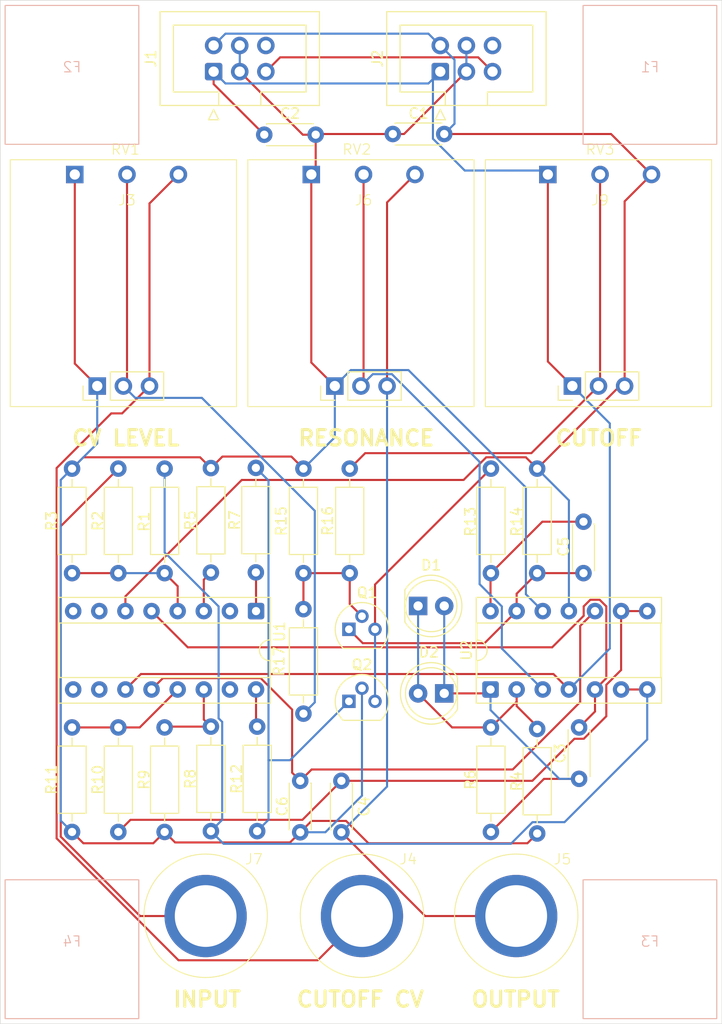
<source format=kicad_pcb>
(kicad_pcb (version 20241229) (generator "pcbnew") (generator_version "9.0")
  (layers (0 "F.Cu" signal) (2 "B.Cu" signal) (13 "F.Paste" user) (15 "B.Paste" user) (5 "F.SilkS" user "F.Silkscreen") (7 "B.SilkS" user "B.Silkscreen") (1 "F.Mask" user) (3 "B.Mask" user) (25 "Edge.Cuts" user))
  (net 0 "")
  (net 1 "-12V")
  (net 2 "GND")
  (net 3 "12V")
  (net 4 "Net-(U2B-+)")
  (net 5 "Net-(D1-A)")
  (net 6 "Net-(J5-Pin_1)")
  (net 7 "Net-(U2C--)")
  (net 8 "Net-(Q1-C)")
  (net 9 "Net-(C5-Pad1)")
  (net 10 "Net-(U2C-+)")
  (net 11 "Net-(D1-K)")
  (net 12 "5V")
  (net 15 "Net-(J3-Pin_2)")
  (net 16 "Net-(J3-Pin_3)")
  (net 17 "Net-(J6-Pin_2)")
  (net 18 "Net-(J7-Pin_1)")
  (net 19 "Net-(J9-Pin_2)")
  (net 20 "Net-(Q1-B)")
  (net 21 "Net-(Q1-E)")
  (net 22 "Net-(Q2-C)")
  (net 23 "Net-(U1C--)")
  (net 24 "Net-(U2B--)")
  (net 25 "Net-(U1C-+)")
  (net 26 "Net-(R7-Pad2)")
  (net 27 "Net-(U1A-+)")
  (net 28 "Net-(U1A--)")
  (net 29 "Net-(R12-Pad2)")
  (footprint "Resistor_THT:R_Axial_DIN0207_L6.3mm_D2.5mm_P10.16mm_Horizontal" (layer "F.Cu") (at 66.810001 125.27 90)
    (property "Reference" "R8" (at 5.08 -2 90) (layer "F.SilkS"))
    (property "Value" "10k")
    (pad "1" thru_hole circle (at 0 0 90) (size 1.6 1.6) (drill 0.8) (layers "*.Cu" "*.Mask") (net 24 "Net-(U2B--)"))
    (pad "2" thru_hole circle (at 10.16 0 90) (size 1.6 1.6) (drill 0.8) (layers "*.Cu" "*.Mask") (net 27 "Net-(U1A-+)"))
  )
  (footprint "Resistor_THT:R_Axial_DIN0207_L6.3mm_D2.5mm_P10.16mm_Horizontal" (layer "F.Cu") (at 71.182766 89.957451 -90)
    (property "Reference" "R7" (at 5.084183 2.073174 90) (layer "F.SilkS"))
    (property "Value" "10k")
    (pad "1" thru_hole circle (at 0 0 270) (size 1.6 1.6) (drill 0.8) (layers "*.Cu" "*.Mask") (net 22 "Net-(Q2-C)"))
    (pad "2" thru_hole circle (at 10.16 0 270) (size 1.6 1.6) (drill 0.8) (layers "*.Cu" "*.Mask") (net 26 "Net-(R7-Pad2)"))
  )
  (footprint "Connector_IDC:IDC-Header_2x03_P2.54mm_Vertical" (layer "F.Cu") (at 89.115001 51.435 90)
    (property "Reference" "J2" (at 1.27 -6.1 90) (layer "F.SilkS"))
    (property "Value" "Power")
    (pad "1" thru_hole roundrect (at 0 0 90) (size 1.7 1.7) (drill 1) (layers "*.Cu" "*.Mask") (roundrect_rratio 0.147059) (net 3 "12V"))
    (pad "2" thru_hole circle (at 2.54 0 90) (size 1.7 1.7) (drill 1) (layers "*.Cu" "*.Mask") (net 1 "-12V"))
    (pad "3" thru_hole circle (at 0 2.54 90) (size 1.7 1.7) (drill 1) (layers "*.Cu" "*.Mask") (net 2 "GND"))
    (pad "4" thru_hole circle (at 2.54 2.54 90) (size 1.7 1.7) (drill 1) (layers "*.Cu" "*.Mask") (net 2 "GND"))
    (pad "5" thru_hole circle (at 0 5.08 90) (size 1.7 1.7) (drill 1) (layers "*.Cu" "*.Mask") (net 12 "5V"))
    (pad "6" thru_hole circle (at 2.54 5.08 90) (size 1.7 1.7) (drill 1) (layers "*.Cu" "*.Mask"))
  )
  (footprint "modular2:pot-socket" (layer "F.Cu") (at 80.400001 74)
    (property "Reference" "RV2" (at 0.599999 -15 0) (layer "F.SilkS") (effects (font (thickness 0.1))))
    (property "Value" "100K")
    (pad "" np_thru_hole circle (at -7.5 -11.5) (size 2.2 2.2) (drill 2.2) (layers "*.Cu" "*.Mask"))
    (pad "" np_thru_hole circle (at 9.55 -11.5) (size 2.2 2.2) (drill 2.2) (layers "*.Cu" "*.Mask"))
    (pad "1" thru_hole rect (at -1.54 8 90) (size 1.7 1.7) (drill 1) (layers "*.Cu" "*.Mask") (net 2 "GND"))
    (pad "2" thru_hole circle (at 1 8 90) (size 1.7 1.7) (drill 1) (layers "*.Cu" "*.Mask") (net 17 "Net-(J6-Pin_2)"))
    (pad "3" thru_hole circle (at 3.54 8 90) (size 1.7 1.7) (drill 1) (layers "*.Cu" "*.Mask") (net 6 "Net-(J5-Pin_1)"))
  )
  (footprint "Resistor_THT:R_Axial_DIN0207_L6.3mm_D2.5mm_P10.16mm_Horizontal" (layer "F.Cu") (at 53.310001 100.19 90)
    (property "Reference" "R3" (at 5.08 -2 90) (layer "F.SilkS"))
    (property "Value" "220R")
    (pad "1" thru_hole circle (at 0 0 90) (size 1.6 1.6) (drill 0.8) (layers "*.Cu" "*.Mask") (net 23 "Net-(U1C--)"))
    (pad "2" thru_hole circle (at 10.16 0 90) (size 1.6 1.6) (drill 0.8) (layers "*.Cu" "*.Mask") (net 2 "GND"))
  )
  (footprint "modular2:pot" (layer "F.Cu") (at 104.655001 64.435)
    (property "Reference" "J9" (at 0 -0.5 0) (layer "F.SilkS") (effects (font (thickness 0.1))))
    (property "Value" "Pot")
    (pad "1" thru_hole rect (at -5.08 -3 90) (size 1.7 1.7) (drill 1) (layers "*.Cu" "*.Mask") (net 3 "12V"))
    (pad "2" thru_hole circle (at 0 -3 90) (size 1.7 1.7) (drill 1) (layers "*.Cu" "*.Mask") (net 19 "Net-(J9-Pin_2)"))
    (pad "3" thru_hole circle (at 5 -3 90) (size 1.7 1.7) (drill 1) (layers "*.Cu" "*.Mask") (net 1 "-12V"))
  )
  (footprint "Package_TO_SOT_THT:TO-92" (layer "F.Cu") (at 80.230001 105.65)
    (property "Reference" "Q1" (at 1.77 -3.56 0) (layer "F.SilkS"))
    (property "Value" "PNP")
    (pad "1" thru_hole rect (at 0 0) (size 1.3 1.3) (drill 0.75) (layers "*.Cu" "*.Mask") (net 8 "Net-(Q1-C)"))
    (pad "2" thru_hole circle (at 1.27 -1.27) (size 1.3 1.3) (drill 0.75) (layers "*.Cu" "*.Mask") (net 20 "Net-(Q1-B)"))
    (pad "3" thru_hole circle (at 2.54 0) (size 1.3 1.3) (drill 0.75) (layers "*.Cu" "*.Mask") (net 21 "Net-(Q1-E)"))
  )
  (footprint "modular2:banana-jack" (layer "F.Cu") (at 96.500001 133.5)
    (property "Reference" "J5" (at 4.5 -5.5 0) (layer "F.SilkS") (effects (font (thickness 0.1))))
    (property "Value" "Output")
    (pad "1" thru_hole circle (at 0 0.024938) (size 8 8) (drill 6) (layers "*.Cu" "*.Mask") (net 6 "Net-(J5-Pin_1)"))
  )
  (footprint "Resistor_THT:R_Axial_DIN0207_L6.3mm_D2.5mm_P10.16mm_Horizontal" (layer "F.Cu") (at 57.810001 115.19 -90)
    (property "Reference" "R10" (at 5.08 2 90) (layer "F.SilkS"))
    (property "Value" "10k")
    (pad "1" thru_hole circle (at 0 0 270) (size 1.6 1.6) (drill 0.8) (layers "*.Cu" "*.Mask") (net 28 "Net-(U1A--)"))
    (pad "2" thru_hole circle (at 10.16 0 270) (size 1.6 1.6) (drill 0.8) (layers "*.Cu" "*.Mask") (net 7 "Net-(U2C--)"))
  )
  (footprint "Capacitor_THT:C_Disc_D4.3mm_W1.9mm_P5.00mm" (layer "F.Cu") (at 77.000001 57.566085 180)
    (property "Reference" "C2" (at 2.500001 2.066085 0) (layer "F.SilkS"))
    (property "Value" "100nf")
    (pad "1" thru_hole circle (at 0 0 180) (size 1.6 1.6) (drill 0.8) (layers "*.Cu" "*.Mask") (net 2 "GND"))
    (pad "2" thru_hole circle (at 5 0 180) (size 1.6 1.6) (drill 0.8) (layers "*.Cu" "*.Mask") (net 3 "12V"))
  )
  (footprint "LED_THT:LED_D5.0mm" (layer "F.Cu") (at 86.960001 103.38)
    (property "Reference" "D1" (at 1.27 -3.96 0) (layer "F.SilkS"))
    (property "Value" "LED")
    (pad "1" thru_hole rect (at 0 0) (size 1.8 1.8) (drill 0.9) (layers "*.Cu" "*.Mask") (net 11 "Net-(D1-K)"))
    (pad "2" thru_hole circle (at 2.54 0) (size 1.8 1.8) (drill 0.9) (layers "*.Cu" "*.Mask") (net 5 "Net-(D1-A)"))
  )
  (footprint "Resistor_THT:R_Axial_DIN0207_L6.3mm_D2.5mm_P10.16mm_Horizontal" (layer "F.Cu") (at 94.040001 125.349043 90)
    (property "Reference" "R6" (at 5.08 -2 90) (layer "F.SilkS"))
    (property "Value" "10k")
    (pad "1" thru_hole circle (at 0 0 90) (size 1.6 1.6) (drill 0.8) (layers "*.Cu" "*.Mask") (net 5 "Net-(D1-A)"))
    (pad "2" thru_hole circle (at 10.16 0 90) (size 1.6 1.6) (drill 0.8) (layers "*.Cu" "*.Mask") (net 11 "Net-(D1-K)"))
  )
  (footprint "Resistor_THT:R_Axial_DIN0207_L6.3mm_D2.5mm_P10.16mm_Horizontal" (layer "F.Cu") (at 98.540001 115.34 -90)
    (property "Reference" "R4" (at 5.08 2 90) (layer "F.SilkS"))
    (property "Value" "1k8")
    (pad "1" thru_hole circle (at 0 0 270) (size 1.6 1.6) (drill 0.8) (layers "*.Cu" "*.Mask") (net 11 "Net-(D1-K)"))
    (pad "2" thru_hole circle (at 10.16 0 270) (size 1.6 1.6) (drill 0.8) (layers "*.Cu" "*.Mask") (net 2 "GND"))
  )
  (footprint "LED_THT:LED_D5.0mm" (layer "F.Cu") (at 89.500001 111.88 180)
    (property "Reference" "D2" (at 1.5 4 0) (layer "F.SilkS"))
    (property "Value" "LED")
    (pad "1" thru_hole rect (at 0 0 180) (size 1.8 1.8) (drill 0.9) (layers "*.Cu" "*.Mask") (net 5 "Net-(D1-A)"))
    (pad "2" thru_hole circle (at 2.54 0 180) (size 1.8 1.8) (drill 0.9) (layers "*.Cu" "*.Mask") (net 11 "Net-(D1-K)"))
  )
  (footprint "Resistor_THT:R_Axial_DIN0207_L6.3mm_D2.5mm_P10.16mm_Horizontal" (layer "F.Cu") (at 75.810001 113.85 90)
    (property "Reference" "R17" (at 5.08 -2.37 90) (layer "F.SilkS"))
    (property "Value" "100k")
    (pad "1" thru_hole circle (at 0 0 90) (size 1.6 1.6) (drill 0.8) (layers "*.Cu" "*.Mask") (net 15 "Net-(J3-Pin_2)"))
    (pad "2" thru_hole circle (at 10.16 0 90) (size 1.6 1.6) (drill 0.8) (layers "*.Cu" "*.Mask") (net 20 "Net-(Q1-B)"))
  )
  (footprint "Capacitor_THT:C_Disc_D4.3mm_W1.9mm_P5.00mm" (layer "F.Cu") (at 89.500001 57.5 180)
    (property "Reference" "C1" (at 2.500001 2 0) (layer "F.SilkS"))
    (property "Value" "100nf")
    (pad "1" thru_hole circle (at 0 0 180) (size 1.6 1.6) (drill 0.8) (layers "*.Cu" "*.Mask") (net 1 "-12V"))
    (pad "2" thru_hole circle (at 5 0 180) (size 1.6 1.6) (drill 0.8) (layers "*.Cu" "*.Mask") (net 2 "GND"))
  )
  (footprint "Resistor_THT:R_Axial_DIN0207_L6.3mm_D2.5mm_P10.16mm_Horizontal" (layer "F.Cu") (at 80.310001 100.19 90)
    (property "Reference" "R16" (at 5.084911 -2.151208 90) (layer "F.SilkS"))
    (property "Value" "100k")
    (pad "1" thru_hole circle (at 0 0 90) (size 1.6 1.6) (drill 0.8) (layers "*.Cu" "*.Mask") (net 20 "Net-(Q1-B)"))
    (pad "2" thru_hole circle (at 10.16 0 90) (size 1.6 1.6) (drill 0.8) (layers "*.Cu" "*.Mask") (net 19 "Net-(J9-Pin_2)"))
  )
  (footprint "Package_DIP:DIP-14_W7.62mm_Socket" (layer "F.Cu") (at 94.000001 111.5 90)
    (property "Reference" "U2" (at 3.81 -2.33 90) (layer "F.SilkS"))
    (property "Value" "TL074")
    (pad "1" thru_hole roundrect (at 0 0 90) (size 1.6 1.6) (drill 0.8) (layers "*.Cu" "*.Mask") (roundrect_rratio 0.15625) (net 5 "Net-(D1-A)"))
    (pad "2" thru_hole circle (at 0 2.54 90) (size 1.6 1.6) (drill 0.8) (layers "*.Cu" "*.Mask") (net 11 "Net-(D1-K)"))
    (pad "3" thru_hole circle (at 0 5.08 90) (size 1.6 1.6) (drill 0.8) (layers "*.Cu" "*.Mask") (net 17 "Net-(J6-Pin_2)"))
    (pad "4" thru_hole circle (at 0 7.62 90) (size 1.6 1.6) (drill 0.8) (layers "*.Cu" "*.Mask") (net 3 "12V"))
    (pad "5" thru_hole circle (at 0 10.16 90) (size 1.6 1.6) (drill 0.8) (layers "*.Cu" "*.Mask") (net 4 "Net-(U2B-+)"))
    (pad "6" thru_hole circle (at 0 12.7 90) (size 1.6 1.6) (drill 0.8) (layers "*.Cu" "*.Mask") (net 24 "Net-(U2B--)"))
    (pad "7" thru_hole circle (at 0 15.24 90) (size 1.6 1.6) (drill 0.8) (layers "*.Cu" "*.Mask") (net 24 "Net-(U2B--)"))
    (pad "8" thru_hole circle (at 7.62 15.24 90) (size 1.6 1.6) (drill 0.8) (layers "*.Cu" "*.Mask") (net 7 "Net-(U2C--)"))
    (pad "9" thru_hole circle (at 7.62 12.7 90) (size 1.6 1.6) (drill 0.8) (layers "*.Cu" "*.Mask") (net 7 "Net-(U2C--)"))
    (pad "10" thru_hole circle (at 7.62 10.16 90) (size 1.6 1.6) (drill 0.8) (layers "*.Cu" "*.Mask") (net 10 "Net-(U2C-+)"))
    (pad "11" thru_hole circle (at 7.62 7.62 90) (size 1.6 1.6) (drill 0.8) (layers "*.Cu" "*.Mask") (net 1 "-12V"))
    (pad "12" thru_hole circle (at 7.62 5.08 90) (size 1.6 1.6) (drill 0.8) (layers "*.Cu" "*.Mask") (net 2 "GND"))
    (pad "13" thru_hole circle (at 7.62 2.54 90) (size 1.6 1.6) (drill 0.8) (layers "*.Cu" "*.Mask") (net 8 "Net-(Q1-C)"))
    (pad "14" thru_hole circle (at 7.62 0 90) (size 1.6 1.6) (drill 0.8) (layers "*.Cu" "*.Mask") (net 9 "Net-(C5-Pad1)"))
  )
  (footprint "Resistor_THT:R_Axial_DIN0207_L6.3mm_D2.5mm_P10.16mm_Horizontal" (layer "F.Cu") (at 53.310001 115.19 -90)
    (property "Reference" "R11" (at 5.08 2 90) (layer "F.SilkS"))
    (property "Value" "220R")
    (pad "1" thru_hole circle (at 0 0 270) (size 1.6 1.6) (drill 0.8) (layers "*.Cu" "*.Mask") (net 28 "Net-(U1A--)"))
    (pad "2" thru_hole circle (at 10.16 0 270) (size 1.6 1.6) (drill 0.8) (layers "*.Cu" "*.Mask") (net 2 "GND"))
  )
  (footprint "Resistor_THT:R_Axial_DIN0207_L6.3mm_D2.5mm_P10.16mm_Horizontal" (layer "F.Cu") (at 98.540001 100.189043 90)
    (property "Reference" "R14" (at 5 -2 90) (layer "F.SilkS"))
    (property "Value" "470k")
    (pad "1" thru_hole circle (at 0 0 90) (size 1.6 1.6) (drill 0.8) (layers "*.Cu" "*.Mask") (net 8 "Net-(Q1-C)"))
    (pad "2" thru_hole circle (at 10.16 0 90) (size 1.6 1.6) (drill 0.8) (layers "*.Cu" "*.Mask") (net 1 "-12V"))
  )
  (footprint "Capacitor_THT:C_Disc_D4.3mm_W1.9mm_P5.00mm" (layer "F.Cu") (at 102.615001 120.189043 90)
    (property "Reference" "C3" (at 2.479779 -1.851199 90) (layer "F.SilkS"))
    (property "Value" "1nf")
    (pad "1" thru_hole circle (at 0 0 90) (size 1.6 1.6) (drill 0.8) (layers "*.Cu" "*.Mask") (net 5 "Net-(D1-A)"))
    (pad "2" thru_hole circle (at 5 0 90) (size 1.6 1.6) (drill 0.8) (layers "*.Cu" "*.Mask") (net 4 "Net-(U2B-+)"))
  )
  (footprint "Resistor_THT:R_Axial_DIN0207_L6.3mm_D2.5mm_P10.16mm_Horizontal" (layer "F.Cu") (at 75.810001 90.03 -90)
    (property "Reference" "R15" (at 5.098036 2.160178 90) (layer "F.SilkS"))
    (property "Value" "1k8")
    (pad "1" thru_hole circle (at 0 0 270) (size 1.6 1.6) (drill 0.8) (layers "*.Cu" "*.Mask") (net 2 "GND"))
    (pad "2" thru_hole circle (at 10.16 0 270) (size 1.6 1.6) (drill 0.8) (layers "*.Cu" "*.Mask") (net 20 "Net-(Q1-B)"))
  )
  (footprint "Resistor_THT:R_Axial_DIN0207_L6.3mm_D2.5mm_P10.16mm_Horizontal" (layer "F.Cu") (at 71.310001 125.27 90)
    (property "Reference" "R12" (at 5.08 -2 90) (layer "F.SilkS"))
    (property "Value" "10k")
    (pad "1" thru_hole circle (at 0 0 90) (size 1.6 1.6) (drill 0.8) (layers "*.Cu" "*.Mask") (net 22 "Net-(Q2-C)"))
    (pad "2" thru_hole circle (at 10.16 0 90) (size 1.6 1.6) (drill 0.8) (layers "*.Cu" "*.Mask") (net 29 "Net-(R12-Pad2)"))
  )
  (footprint "modular2:pot-socket" (layer "F.Cu") (at 57.300001 74)
    (property "Reference" "RV1" (at 1.199999 -15 0) (layer "F.SilkS") (effects (font (thickness 0.1))))
    (property "Value" "100K")
    (pad "" np_thru_hole circle (at -7.5 -11.5) (size 2.2 2.2) (drill 2.2) (layers "*.Cu" "*.Mask"))
    (pad "" np_thru_hole circle (at 9.55 -11.5) (size 2.2 2.2) (drill 2.2) (layers "*.Cu" "*.Mask"))
    (pad "1" thru_hole rect (at -1.54 8 90) (size 1.7 1.7) (drill 1) (layers "*.Cu" "*.Mask") (net 2 "GND"))
    (pad "2" thru_hole circle (at 1 8 90) (size 1.7 1.7) (drill 1) (layers "*.Cu" "*.Mask") (net 15 "Net-(J3-Pin_2)"))
    (pad "3" thru_hole circle (at 3.54 8 90) (size 1.7 1.7) (drill 1) (layers "*.Cu" "*.Mask") (net 16 "Net-(J3-Pin_3)"))
  )
  (footprint "Resistor_THT:R_Axial_DIN0207_L6.3mm_D2.5mm_P10.16mm_Horizontal" (layer "F.Cu") (at 62.310001 90.03 -90)
    (property "Reference" "R1" (at 5.16 2 90) (layer "F.SilkS"))
    (property "Value" "10k")
    (pad "1" thru_hole circle (at 0 0 270) (size 1.6 1.6) (drill 0.8) (layers "*.Cu" "*.Mask") (net 24 "Net-(U2B--)"))
    (pad "2" thru_hole circle (at 10.16 0 270) (size 1.6 1.6) (drill 0.8) (layers "*.Cu" "*.Mask") (net 23 "Net-(U1C--)"))
  )
  (footprint "modular2:pot-socket" (layer "F.Cu") (at 103.500001 74)
    (property "Reference" "RV3" (at 1.155 -15 0) (layer "F.SilkS") (effects (font (thickness 0.1))))
    (property "Value" "5K")
    (pad "" np_thru_hole circle (at -7.5 -11.5) (size 2.2 2.2) (drill 2.2) (layers "*.Cu" "*.Mask"))
    (pad "" np_thru_hole circle (at 9.55 -11.5) (size 2.2 2.2) (drill 2.2) (layers "*.Cu" "*.Mask"))
    (pad "1" thru_hole rect (at -1.54 8 90) (size 1.7 1.7) (drill 1) (layers "*.Cu" "*.Mask") (net 3 "12V"))
    (pad "2" thru_hole circle (at 1 8 90) (size 1.7 1.7) (drill 1) (layers "*.Cu" "*.Mask") (net 19 "Net-(J9-Pin_2)"))
    (pad "3" thru_hole circle (at 3.54 8 90) (size 1.7 1.7) (drill 1) (layers "*.Cu" "*.Mask") (net 1 "-12V"))
  )
  (footprint "Package_DIP:DIP-16_W7.62mm_Socket" (layer "F.Cu") (at 71.200001 103.88 -90)
    (property "Reference" "U1" (at 2 -2.3 90) (layer "F.SilkS"))
    (property "Value" "LM13700")
    (pad "1" thru_hole roundrect (at 0 0 270) (size 1.6 1.6) (drill 0.8) (layers "*.Cu" "*.Mask") (roundrect_rratio 0.15625) (net 26 "Net-(R7-Pad2)"))
    (pad "2" thru_hole circle (at 0 2.54 270) (size 1.6 1.6) (drill 0.8) (layers "*.Cu" "*.Mask"))
    (pad "3" thru_hole circle (at 0 5.08 270) (size 1.6 1.6) (drill 0.8) (layers "*.Cu" "*.Mask") (net 25 "Net-(U1C-+)"))
    (pad "4" thru_hole circle (at 0 7.62 270) (size 1.6 1.6) (drill 0.8) (layers "*.Cu" "*.Mask") (net 23 "Net-(U1C--)"))
    (pad "5" thru_hole circle (at 0 10.16 270) (size 1.6 1.6) (drill 0.8) (layers "*.Cu" "*.Mask") (net 4 "Net-(U2B-+)"))
    (pad "6" thru_hole circle (at 0 12.7 270) (size 1.6 1.6) (drill 0.8) (layers "*.Cu" "*.Mask") (net 1 "-12V"))
    (pad "7" thru_hole circle (at 0 15.24 270) (size 1.6 1.6) (drill 0.8) (layers "*.Cu" "*.Mask"))
    (pad "8" thru_hole circle (at 0 17.78 270) (size 1.6 1.6) (drill 0.8) (layers "*.Cu" "*.Mask"))
    (pad "9" thru_hole circle (at 7.62 17.78 270) (size 1.6 1.6) (drill 0.8) (layers "*.Cu" "*.Mask"))
    (pad "10" thru_hole circle (at 7.62 15.24 270) (size 1.6 1.6) (drill 0.8) (layers "*.Cu" "*.Mask"))
    (pad "11" thru_hole circle (at 7.62 12.7 270) (size 1.6 1.6) (drill 0.8) (layers "*.Cu" "*.Mask") (net 3 "12V"))
    (pad "12" thru_hole circle (at 7.62 10.16 270) (size 1.6 1.6) (drill 0.8) (layers "*.Cu" "*.Mask") (net 10 "Net-(U2C-+)"))
    (pad "13" thru_hole circle (at 7.62 7.62 270) (size 1.6 1.6) (drill 0.8) (layers "*.Cu" "*.Mask") (net 28 "Net-(U1A--)"))
    (pad "14" thru_hole circle (at 7.62 5.08 270) (size 1.6 1.6) (drill 0.8) (layers "*.Cu" "*.Mask") (net 27 "Net-(U1A-+)"))
    (pad "15" thru_hole circle (at 7.62 2.54 270) (size 1.6 1.6) (drill 0.8) (layers "*.Cu" "*.Mask"))
    (pad "16" thru_hole circle (at 7.62 0 270) (size 1.6 1.6) (drill 0.8) (layers "*.Cu" "*.Mask") (net 29 "Net-(R12-Pad2)"))
  )
  (footprint "Resistor_THT:R_Axial_DIN0207_L6.3mm_D2.5mm_P10.16mm_Horizontal" (layer "F.Cu") (at 66.810001 89.977277 -90)
    (property "Reference" "R5" (at 5.08 2 90) (layer "F.SilkS"))
    (property "Value" "220R")
    (pad "1" thru_hole circle (at 0 0 270) (size 1.6 1.6) (drill 0.8) (layers "*.Cu" "*.Mask") (net 2 "GND"))
    (pad "2" thru_hole circle (at 10.16 0 270) (size 1.6 1.6) (drill 0.8) (layers "*.Cu" "*.Mask") (net 25 "Net-(U1C-+)"))
  )
  (footprint "modular2:banana-jack" (layer "F.Cu") (at 66.300001 133.5)
    (property "Reference" "J7" (at 4.7 -5.5 0) (layer "F.SilkS") (effects (font (thickness 0.1))))
    (property "Value" "Input")
    (pad "1" thru_hole circle (at 0 0.024938) (size 8 8) (drill 6) (layers "*.Cu" "*.Mask") (net 18 "Net-(J7-Pin_1)"))
  )
  (footprint "Resistor_THT:R_Axial_DIN0207_L6.3mm_D2.5mm_P10.16mm_Horizontal" (layer "F.Cu") (at 94.040001 90.029043 -90)
    (property "Reference" "R13" (at 5.16 2 90) (layer "F.SilkS"))
    (property "Value" "4k7")
    (pad "1" thru_hole circle (at 0 0 270) (size 1.6 1.6) (drill 0.8) (layers "*.Cu" "*.Mask") (net 21 "Net-(Q1-E)"))
    (pad "2" thru_hole circle (at 10.16 0 270) (size 1.6 1.6) (drill 0.8) (layers "*.Cu" "*.Mask") (net 9 "Net-(C5-Pad1)"))
  )
  (footprint "modular2:pot" (layer "F.Cu") (at 58.655001 64.435)
    (property "Reference" "J3" (at 0 -0.5 0) (layer "F.SilkS") (effects (font (thickness 0.1))))
    (property "Value" "Pot")
    (pad "1" thru_hole rect (at -5.08 -3 90) (size 1.7 1.7) (drill 1) (layers "*.Cu" "*.Mask") (net 2 "GND"))
    (pad "2" thru_hole circle (at 0 -3 90) (size 1.7 1.7) (drill 1) (layers "*.Cu" "*.Mask") (net 15 "Net-(J3-Pin_2)"))
    (pad "3" thru_hole circle (at 5 -3 90) (size 1.7 1.7) (drill 1) (layers "*.Cu" "*.Mask") (net 16 "Net-(J3-Pin_3)"))
  )
  (footprint "Capacitor_THT:C_Disc_D4.3mm_W1.9mm_P5.00mm" (layer "F.Cu") (at 103.040001 95.189043 -90)
    (property "Reference" "C5" (at 2.430056 1.951404 90) (layer "F.SilkS"))
    (property "Value" "4.7nf")
    (pad "1" thru_hole circle (at 0 0 270) (size 1.6 1.6) (drill 0.8) (layers "*.Cu" "*.Mask") (net 9 "Net-(C5-Pad1)"))
    (pad "2" thru_hole circle (at 5 0 270) (size 1.6 1.6) (drill 0.8) (layers "*.Cu" "*.Mask") (net 8 "Net-(Q1-C)"))
  )
  (footprint "Connector_IDC:IDC-Header_2x03_P2.54mm_Vertical" (layer "F.Cu") (at 67.075001 51.435 90)
    (property "Reference" "J1" (at 1.27 -6.1 90) (layer "F.SilkS"))
    (property "Value" "Power")
    (pad "1" thru_hole roundrect (at 0 0 90) (size 1.7 1.7) (drill 1) (layers "*.Cu" "*.Mask") (roundrect_rratio 0.147059) (net 3 "12V"))
    (pad "2" thru_hole circle (at 2.54 0 90) (size 1.7 1.7) (drill 1) (layers "*.Cu" "*.Mask") (net 1 "-12V"))
    (pad "3" thru_hole circle (at 0 2.54 90) (size 1.7 1.7) (drill 1) (layers "*.Cu" "*.Mask") (net 2 "GND"))
    (pad "4" thru_hole circle (at 2.54 2.54 90) (size 1.7 1.7) (drill 1) (layers "*.Cu" "*.Mask") (net 2 "GND"))
    (pad "5" thru_hole circle (at 0 5.08 90) (size 1.7 1.7) (drill 1) (layers "*.Cu" "*.Mask") (net 12 "5V"))
    (pad "6" thru_hole circle (at 2.54 5.08 90) (size 1.7 1.7) (drill 1) (layers "*.Cu" "*.Mask"))
  )
  (footprint "Capacitor_THT:C_Disc_D4.3mm_W1.9mm_P5.00mm" (layer "F.Cu") (at 75.500001 125.38 90)
    (property "Reference" "C6" (at 2.519978 -1.759987 90) (layer "F.SilkS"))
    (property "Value" "1nf")
    (pad "1" thru_hole circle (at 0 0 90) (size 1.6 1.6) (drill 0.8) (layers "*.Cu" "*.Mask") (net 2 "GND"))
    (pad "2" thru_hole circle (at 5 0 90) (size 1.6 1.6) (drill 0.8) (layers "*.Cu" "*.Mask") (net 10 "Net-(U2C-+)"))
  )
  (footprint "Resistor_THT:R_Axial_DIN0207_L6.3mm_D2.5mm_P10.16mm_Horizontal" (layer "F.Cu") (at 62.310001 115.19 -90)
    (property "Reference" "R9" (at 5.08 2 90) (layer "F.SilkS"))
    (property "Value" "220R")
    (pad "1" thru_hole circle (at 0 0 270) (size 1.6 1.6) (drill 0.8) (layers "*.Cu" "*.Mask") (net 27 "Net-(U1A-+)"))
    (pad "2" thru_hole circle (at 10.16 0 270) (size 1.6 1.6) (drill 0.8) (layers "*.Cu" "*.Mask") (net 2 "GND"))
  )
  (footprint "Capacitor_THT:C_Disc_D4.3mm_W1.9mm_P5.00mm" (layer "F.Cu") (at 79.500001 120.38 -90)
    (property "Reference" "C4" (at 2.5 -2.2 90) (layer "F.SilkS"))
    (property "Value" "470nf")
    (pad "1" thru_hole circle (at 0 0 270) (size 1.6 1.6) (drill 0.8) (layers "*.Cu" "*.Mask") (net 7 "Net-(U2C--)"))
    (pad "2" thru_hole circle (at 5 0 270) (size 1.6 1.6) (drill 0.8) (layers "*.Cu" "*.Mask") (net 6 "Net-(J5-Pin_1)"))
  )
  (footprint "Package_TO_SOT_THT:TO-92" (layer "F.Cu") (at 80.230001 112.65)
    (property "Reference" "Q2" (at 1.27 -3.56 0) (layer "F.SilkS"))
    (property "Value" "PNP")
    (pad "1" thru_hole rect (at 0 0) (size 1.3 1.3) (drill 0.75) (layers "*.Cu" "*.Mask") (net 22 "Net-(Q2-C)"))
    (pad "2" thru_hole circle (at 1.27 -1.27) (size 1.3 1.3) (drill 0.75) (layers "*.Cu" "*.Mask") (net 2 "GND"))
    (pad "3" thru_hole circle (at 2.54 0) (size 1.3 1.3) (drill 0.75) (layers "*.Cu" "*.Mask") (net 21 "Net-(Q1-E)"))
  )
  (footprint "modular2:pot" (layer "F.Cu") (at 81.655001 64.435)
    (property "Reference" "J6" (at 0 -0.5 0) (layer "F.SilkS") (effects (font (thickness 0.1))))
    (property "Value" "Pot")
    (pad "1" thru_hole rect (at -5.08 -3 90) (size 1.7 1.7) (drill 1) (layers "*.Cu" "*.Mask") (net 2 "GND"))
    (pad "2" thru_hole circle (at 0 -3 90) (size 1.7 1.7) (drill 1) (layers "*.Cu" "*.Mask") (net 17 "Net-(J6-Pin_2)"))
    (pad "3" thru_hole circle (at 5 -3 90) (size 1.7 1.7) (drill 1) (layers "*.Cu" "*.Mask") (net 6 "Net-(J5-Pin_1)"))
  )
  (footprint "modular2:banana-jack" (layer "F.Cu") (at 81.500001 133.5)
    (property "Reference" "J4" (at 4.5 -5.5 0) (layer "F.SilkS") (effects (font (thickness 0.1))))
    (property "Value" "CV")
    (pad "1" thru_hole circle (at 0 0.024938) (size 8 8) (drill 6) (layers "*.Cu" "*.Mask") (net 16 "Net-(J3-Pin_3)"))
  )
  (footprint "Resistor_THT:R_Axial_DIN0207_L6.3mm_D2.5mm_P10.16mm_Horizontal" (layer "F.Cu") (at 57.810001 100.19 90)
    (property "Reference" "R2" (at 5.08 -2 90) (layer "F.SilkS"))
    (property "Value" "10k")
    (pad "1" thru_hole circle (at 0 0 90) (size 1.6 1.6) (drill 0.8) (layers "*.Cu" "*.Mask") (net 23 "Net-(U1C--)"))
    (pad "2" thru_hole circle (at 10.16 0 90) (size 1.6 1.6) (drill 0.8) (layers "*.Cu" "*.Mask") (net 18 "Net-(J7-Pin_1)"))
  )
  (footprint "modular2:foot" (layer "B.Cu") (at 109.5 51.5 180)
    (property "Reference" "F1" (at 0 0.5 0) (layer "B.SilkS") (effects (font (thickness 0.1)) (justify mirror)))
    (property "Value" "foot")
  )
  (footprint "modular2:foot" (layer "B.Cu") (at 109.5 136.5 180)
    (property "Reference" "F3" (at 0 0.5 0) (layer "B.SilkS") (effects (font (thickness 0.1)) (justify mirror)))
    (property "Value" "foot")
  )
  (footprint "modular2:foot" (layer "B.Cu") (at 53.300703 136.5 180)
    (property "Reference" "F4" (at 0 0.5 0) (layer "B.SilkS") (effects (font (thickness 0.1)) (justify mirror)))
    (property "Value" "foot")
  )
  (footprint "modular2:foot" (layer "B.Cu") (at 53.300703 51.5 180)
    (property "Reference" "F2" (at 0 0.5 0) (layer "B.SilkS") (effects (font (thickness 0.1)) (justify mirror)))
    (property "Value" "foot")
  )
  (gr_rect (start 46.328478 44.496498) (end 116.500001 144) (stroke (width 0.05)) (fill no) (layer "Edge.Cuts"))
  (gr_text "CV LEVEL" (at 53.155001 87.935 0) (layer "F.SilkS") (effects (font (size 1.5 1.5) (thickness 0.3) (bold yes)) (justify left bottom)))
  (gr_text "CUTOFF" (at 100.155001 87.935 0) (layer "F.SilkS") (effects (font (size 1.5 1.5) (thickness 0.3) (bold yes)) (justify left bottom)))
  (gr_text "INPUT" (at 63.000001 142.5 0) (layer "F.SilkS") (effects (font (size 1.5 1.5) (thickness 0.3) (bold yes)) (justify left bottom)))
  (gr_text "OUTPUT" (at 92.000001 142.5 0) (layer "F.SilkS") (effects (font (size 1.5 1.5) (thickness 0.3) (bold yes)) (justify left bottom)))
  (gr_text "CUTOFF CV" (at 75.000001 142.5 0) (layer "F.SilkS") (effects (font (size 1.5 1.5) (thickness 0.3) (bold yes)) (justify left bottom)))
  (gr_text "RESONANCE" (at 75.155001 87.935 0) (layer "F.SilkS") (effects (font (size 1.5 1.5) (thickness 0.3) (bold yes)) (justify left bottom)))
  (segment (start 89.500001 57.5) (end 105.720001 57.5) (width 0.2) (layer "F.Cu") (net 1))
  (segment (start 58.500001 102.44295) (end 69.811951 91.131) (width 0.2) (layer "F.Cu") (net 1))
  (segment (start 107.040001 64.05) (end 107.040001 82) (width 0.2) (layer "F.Cu") (net 1))
  (segment (start 105.720001 57.5) (end 109.655001 61.435) (width 0.2) (layer "F.Cu") (net 1))
  (segment (start 93.583951 88.928043) (end 97.439001 88.928043) (width 0.2) (layer "F.Cu") (net 1))
  (segment (start 97.439001 88.928043) (end 98.540001 90.029043) (width 0.2) (layer "F.Cu") (net 1))
  (segment (start 106.569044 82) (end 98.540001 90.029043) (width 0.2) (layer "F.Cu") (net 1))
  (segment (start 58.500001 103.88) (end 58.500001 102.44295) (width 0.2) (layer "F.Cu") (net 1))
  (segment (start 109.655001 61.435) (end 107.040001 64.05) (width 0.2) (layer "F.Cu") (net 1))
  (segment (start 91.380994 91.131) (end 93.583951 88.928043) (width 0.2) (layer "F.Cu") (net 1))
  (segment (start 107.040001 82) (end 106.569044 82) (width 0.2) (layer "F.Cu") (net 1))
  (segment (start 69.811951 91.131) (end 91.380994 91.131) (width 0.2) (layer "F.Cu") (net 1))
  (segment (start 67.075001 48.895) (end 68.226001 47.744) (width 0.2) (layer "B.Cu") (net 1))
  (segment (start 101.620001 93.109043) (end 98.540001 90.029043) (width 0.2) (layer "B.Cu") (net 1))
  (segment (start 68.226001 47.744) (end 87.964001 47.744) (width 0.2) (layer "B.Cu") (net 1))
  (segment (start 101.620001 103.88) (end 101.620001 93.109043) (width 0.2) (layer "B.Cu") (net 1))
  (segment (start 89.115001 48.895) (end 90.500001 50.28) (width 0.2) (layer "B.Cu") (net 1))
  (segment (start 87.964001 47.744) (end 89.115001 48.895) (width 0.2) (layer "B.Cu") (net 1))
  (segment (start 90.500001 50.28) (end 90.500001 56.5) (width 0.2) (layer "B.Cu") (net 1))
  (segment (start 90.500001 56.5) (end 89.500001 57.5) (width 0.2) (layer "B.Cu") (net 1))
  (segment (start 77.000001 57.566085) (end 77.000001 61.01) (width 0.2) (layer "F.Cu") (net 2))
  (segment (start 76.601001 124.279) (end 75.500001 125.38) (width 0.2) (layer "F.Cu") (net 2))
  (segment (start 54.411001 126.451) (end 61.209001 126.451) (width 0.2) (layer "F.Cu") (net 2))
  (segment (start 76.575001 61.435) (end 76.575001 79.715) (width 0.2) (layer "F.Cu") (net 2))
  (segment (start 53.575001 61.435) (end 53.575001 79.815) (width 0.2) (layer "F.Cu") (net 2))
  (segment (start 91.655001 51.435) (end 85.590001 57.5) (width 0.2) (layer "F.Cu") (net 2))
  (segment (start 53.310001 90.03) (end 54.411001 88.929) (width 0.2) (layer "F.Cu") (net 2))
  (segment (start 98.540001 125.5) (end 97.589958 126.450043) (width 0.2) (layer "F.Cu") (net 2))
  (segment (start 61.209001 126.451) (end 62.310001 125.35) (width 0.2) (layer "F.Cu") (net 2))
  (segment (start 63.331001 126.371) (end 74.509001 126.371) (width 0.2) (layer "F.Cu") (net 2))
  (segment (start 66.810001 89.977277) (end 67.930827 88.856451) (width 0.2) (layer "F.Cu") (net 2))
  (segment (start 62.310001 125.35) (end 63.331001 126.371) (width 0.2) (layer "F.Cu") (net 2))
  (segment (start 75.746086 57.566085) (end 77.000001 57.566085) (width 0.2) (layer "F.Cu") (net 2))
  (segment (start 76.575001 79.715) (end 78.860001 82) (width 0.2) (layer "F.Cu") (net 2))
  (segment (start 79.956051 124.279) (end 76.601001 124.279) (width 0.2) (layer "F.Cu") (net 2))
  (segment (start 84.500001 57.5) (end 77.066086 57.5) (width 0.2) (layer "F.Cu") (net 2))
  (segment (start 53.575001 79.815) (end 55.760001 82) (width 0.2) (layer "F.Cu") (net 2))
  (segment (start 53.310001 125.35) (end 54.411001 126.451) (width 0.2) (layer "F.Cu") (net 2))
  (segment (start 97.589958 126.450043) (end 82.127094 126.450043) (width 0.2) (layer "F.Cu") (net 2))
  (segment (start 67.930827 88.856451) (end 74.636452 88.856451) (width 0.2) (layer "F.Cu") (net 2))
  (segment (start 65.761724 88.929) (end 66.810001 89.977277) (width 0.2) (layer "F.Cu") (net 2))
  (segment (start 77.066086 57.5) (end 77.000001 57.566085) (width 0.2) (layer "F.Cu") (net 2))
  (segment (start 74.636452 88.856451) (end 75.810001 90.03) (width 0.2) (layer "F.Cu") (net 2))
  (segment (start 69.615001 51.435) (end 75.746086 57.566085) (width 0.2) (layer "F.Cu") (net 2))
  (segment (start 85.590001 57.5) (end 84.500001 57.5) (width 0.2) (layer "F.Cu") (net 2))
  (segment (start 54.411001 88.929) (end 65.761724 88.929) (width 0.2) (layer "F.Cu") (net 2))
  (segment (start 77.000001 61.01) (end 76.575001 61.435) (width 0.2) (layer "F.Cu") (net 2))
  (segment (start 74.509001 126.371) (end 75.500001 125.38) (width 0.2) (layer "F.Cu") (net 2))
  (segment (start 82.127094 126.450043) (end 79.956051 124.279) (width 0.2) (layer "F.Cu") (net 2))
  (segment (start 97.439001 91.870993) (end 97.439001 102.239) (width 0.2) (layer "B.Cu") (net 2))
  (segment (start 81.500001 111.38) (end 81.500001 121.82295) (width 0.2) (layer "B.Cu") (net 2))
  (segment (start 97.439001 102.239) (end 99.080001 103.88) (width 0.2) (layer "B.Cu") (net 2))
  (segment (start 80.412001 80.448) (end 86.016008 80.448) (width 0.2) (layer "B.Cu") (net 2))
  (segment (start 81.500001 121.82295) (end 77.942951 125.38) (width 0.2) (layer "B.Cu") (net 2))
  (segment (start 78.860001 82) (end 78.860001 86.98) (width 0.2) (layer "B.Cu") (net 2))
  (segment (start 77.942951 125.38) (end 75.500001 125.38) (width 0.2) (layer "B.Cu") (net 2))
  (segment (start 78.860001 86.98) (end 75.810001 90.03) (width 0.2) (layer "B.Cu") (net 2))
  (segment (start 69.615001 48.895) (end 69.615001 51.435) (width 0.2) (layer "B.Cu") (net 2))
  (segment (start 86.016008 80.448) (end 97.439001 91.870993) (width 0.2) (layer "B.Cu") (net 2))
  (segment (start 91.655001 48.895) (end 91.655001 51.435) (width 0.2) (layer "B.Cu") (net 2))
  (segment (start 55.760001 87.58) (end 53.310001 90.03) (width 0.2) (layer "B.Cu") (net 2))
  (segment (start 52.209001 91.131) (end 52.209001 124.249) (width 0.2) (layer "B.Cu") (net 2))
  (segment (start 55.760001 82) (end 55.760001 87.58) (width 0.2) (layer "B.Cu") (net 2))
  (segment (start 78.860001 82) (end 80.412001 80.448) (width 0.2) (layer "B.Cu") (net 2))
  (segment (start 52.209001 124.249) (end 53.310001 125.35) (width 0.2) (layer "B.Cu") (net 2))
  (segment (start 53.310001 90.03) (end 52.209001 91.131) (width 0.2) (layer "B.Cu") (net 2))
  (segment (start 60.002001 109.998) (end 58.500001 111.5) (width 0.2) (layer "F.Cu") (net 3))
  (segment (start 99.575001 79.615) (end 101.960001 82) (width 0.2) (layer "F.Cu") (net 3))
  (segment (start 67.075001 52.641085) (end 72.000001 57.566085) (width 0.2) (layer "F.Cu") (net 3))
  (segment (start 67.075001 51.435) (end 67.075001 52.641085) (width 0.2) (layer "F.Cu") (net 3))
  (segment (start 99.575001 61.435) (end 99.575001 79.615) (width 0.2) (layer "F.Cu") (net 3))
  (segment (start 101.620001 111.5) (end 100.118001 109.998) (width 0.2) (layer "F.Cu") (net 3))
  (segment (start 100.118001 109.998) (end 60.002001 109.998) (width 0.2) (layer "F.Cu") (net 3))
  (segment (start 88.399001 57.95605) (end 91.491951 61.049) (width 0.2) (layer "B.Cu") (net 3))
  (segment (start 101.960001 82) (end 105.599001 85.639) (width 0.2) (layer "B.Cu") (net 3))
  (segment (start 99.189001 61.049) (end 99.575001 61.435) (width 0.2) (layer "B.Cu") (net 3))
  (segment (start 89.115001 51.435) (end 88.399001 52.151) (width 0.2) (layer "B.Cu") (net 3))
  (segment (start 105.599001 85.639) (end 105.599001 107.521) (width 0.2) (layer "B.Cu") (net 3))
  (segment (start 88.399001 52.151) (end 88.399001 57.95605) (width 0.2) (layer "B.Cu") (net 3))
  (segment (start 91.491951 61.049) (end 99.189001 61.049) (width 0.2) (layer "B.Cu") (net 3))
  (segment (start 68.226001 52.586) (end 87.964001 52.586) (width 0.2) (layer "B.Cu") (net 3))
  (segment (start 67.075001 51.435) (end 68.226001 52.586) (width 0.2) (layer "B.Cu") (net 3))
  (segment (start 87.964001 52.586) (end 89.115001 51.435) (width 0.2) (layer "B.Cu") (net 3))
  (segment (start 105.599001 107.521) (end 101.620001 111.5) (width 0.2) (layer "B.Cu") (net 3))
  (segment (start 64.561001 107.401) (end 99.994051 107.401) (width 0.2) (layer "F.Cu") (net 4))
  (segment (start 103.059001 104.33605) (end 103.059001 103.42395) (width 0.2) (layer "F.Cu") (net 4))
  (segment (start 99.994051 107.401) (end 103.059001 104.33605) (width 0.2) (layer "F.Cu") (net 4))
  (segment (start 104.160001 113.644043) (end 102.615001 115.189043) (width 0.2) (layer "F.Cu") (net 4))
  (segment (start 103.059001 103.42395) (end 103.703951 102.779) (width 0.2) (layer "F.Cu") (net 4))
  (segment (start 105.261001 103.42395) (end 105.261001 110.399) (width 0.2) (layer "F.Cu") (net 4))
  (segment (start 105.261001 110.399) (end 104.160001 111.5) (width 0.2) (layer "F.Cu") (net 4))
  (segment (start 61.040001 103.88) (end 64.561001 107.401) (width 0.2) (layer "F.Cu") (net 4))
  (segment (start 104.616051 102.779) (end 105.261001 103.42395) (width 0.2) (layer "F.Cu") (net 4))
  (segment (start 104.160001 111.5) (end 104.160001 113.644043) (width 0.2) (layer "F.Cu") (net 4))
  (segment (start 103.703951 102.779) (end 104.616051 102.779) (width 0.2) (layer "F.Cu") (net 4))
  (segment (start 94.040001 125.349043) (end 99.200001 120.189043) (width 0.2) (layer "F.Cu") (net 5))
  (segment (start 93.620001 111.88) (end 94.000001 111.5) (width 0.2) (layer "F.Cu") (net 5))
  (segment (start 99.200001 120.189043) (end 102.615001 120.189043) (width 0.2) (layer "F.Cu") (net 5))
  (segment (start 89.500001 111.88) (end 93.620001 111.88) (width 0.2) (layer "F.Cu") (net 5))
  (segment (start 102.615001 120.189043) (end 100.689044 120.189043) (width 0.2) (layer "B.Cu") (net 5))
  (segment (start 89.500001 103.38) (end 89.500001 111.88) (width 0.2) (layer "B.Cu") (net 5))
  (segment (start 100.689044 120.189043) (end 94.000001 113.5) (width 0.2) (layer "B.Cu") (net 5))
  (segment (start 94.000001 113.5) (end 94.000001 111.5) (width 0.2) (layer "B.Cu") (net 5))
  (segment (start 87.644939 133.524938) (end 79.500001 125.38) (width 0.2) (layer "F.Cu") (net 6))
  (segment (start 96.500001 133.524938) (end 87.644939 133.524938) (width 0.2) (layer "F.Cu") (net 6))
  (segment (start 83.940001 64.15) (end 83.940001 82) (width 0.2) (layer "F.Cu") (net 6))
  (segment (start 86.655001 61.435) (end 83.940001 64.15) (width 0.2) (layer "F.Cu") (net 6))
  (segment (start 83.940001 82) (end 83.940001 120.94) (width 0.2) (layer "B.Cu") (net 6))
  (segment (start 83.940001 120.94) (end 79.500001 125.38) (width 0.2) (layer "B.Cu") (net 6))
  (segment (start 57.810001 125.35) (end 58.991001 124.169) (width 0.2) (layer "F.Cu") (net 7))
  (segment (start 75.711001 124.169) (end 79.500001 120.38) (width 0.2) (layer "F.Cu") (net 7))
  (segment (start 105.261001 114.100093) (end 105.261001 111.04395) (width 0.2) (layer "F.Cu") (net 7))
  (segment (start 79.500001 120.38) (end 98.068994 120.38) (width 0.2) (layer "F.Cu") (net 7))
  (segment (start 102.158951 116.290043) (end 103.071051 116.290043) (width 0.2) (layer "F.Cu") (net 7))
  (segment (start 103.071051 116.290043) (end 105.261001 114.100093) (width 0.2) (layer "F.Cu") (net 7))
  (segment (start 105.261001 111.04395) (end 106.700001 109.60495) (width 0.2) (layer "F.Cu") (net 7))
  (segment (start 98.068994 120.38) (end 102.158951 116.290043) (width 0.2) (layer "F.Cu") (net 7))
  (segment (start 58.991001 124.169) (end 75.711001 124.169) (width 0.2) (layer "F.Cu") (net 7))
  (segment (start 106.700001 109.60495) (end 106.700001 103.88) (width 0.2) (layer "F.Cu") (net 7))
  (segment (start 106.700001 103.88) (end 109.240001 103.88) (width 0.2) (layer "F.Cu") (net 7))
  (segment (start 96.540001 102.189043) (end 98.540001 100.189043) (width 0.2) (layer "F.Cu") (net 8))
  (segment (start 93.420001 107) (end 96.540001 103.88) (width 0.2) (layer "F.Cu") (net 8))
  (segment (start 98.540001 100.189043) (end 103.040001 100.189043) (width 0.2) (layer "F.Cu") (net 8))
  (segment (start 80.230001 105.65) (end 81.580001 107) (width 0.2) (layer "F.Cu") (net 8))
  (segment (start 96.540001 103.88) (end 96.540001 102.189043) (width 0.2) (layer "F.Cu") (net 8))
  (segment (start 81.580001 107) (end 93.420001 107) (width 0.2) (layer "F.Cu") (net 8))
  (segment (start 99.040001 95.189043) (end 103.040001 95.189043) (width 0.2) (layer "F.Cu") (net 9))
  (segment (start 94.000001 103.88) (end 94.000001 100.229043) (width 0.2) (layer "F.Cu") (net 9))
  (segment (start 94.040001 100.189043) (end 99.040001 95.189043) (width 0.2) (layer "F.Cu") (net 9))
  (segment (start 94.000001 100.229043) (end 94.040001 100.189043) (width 0.2) (layer "F.Cu") (net 9))
  (segment (start 96.158051 119.279) (end 76.601001 119.279) (width 0.2) (layer "F.Cu") (net 10))
  (segment (start 61.040001 111.5) (end 62.141001 110.399) (width 0.2) (layer "F.Cu") (net 10))
  (segment (start 74.709001 119.589) (end 75.500001 120.38) (width 0.2) (layer "F.Cu") (net 10))
  (segment (start 102.721001 105.319) (end 102.721001 112.71605) (width 0.2) (layer "F.Cu") (net 10))
  (segment (start 62.141001 110.399) (end 71.656051 110.399) (width 0.2) (layer "F.Cu") (net 10))
  (segment (start 102.721001 112.71605) (end 96.158051 119.279) (width 0.2) (layer "F.Cu") (net 10))
  (segment (start 104.160001 103.88) (end 102.721001 105.319) (width 0.2) (layer "F.Cu") (net 10))
  (segment (start 74.709001 113.45195) (end 74.709001 119.589) (width 0.2) (layer "F.Cu") (net 10))
  (segment (start 71.656051 110.399) (end 74.709001 113.45195) (width 0.2) (layer "F.Cu") (net 10))
  (segment (start 76.601001 119.279) (end 75.500001 120.38) (width 0.2) (layer "F.Cu") (net 10))
  (segment (start 98.540001 115.109043) (end 96.540001 113.109043) (width 0.2) (layer "F.Cu") (net 11))
  (segment (start 96.540001 112.689043) (end 94.040001 115.189043) (width 0.2) (layer "F.Cu") (net 11))
  (segment (start 86.960001 111.88) (end 90.269044 115.189043) (width 0.2) (layer "F.Cu") (net 11))
  (segment (start 96.540001 111.5) (end 96.540001 112.689043) (width 0.2) (layer "F.Cu") (net 11))
  (segment (start 96.540001 113.109043) (end 96.540001 112.689043) (width 0.2) (layer "F.Cu") (net 11))
  (segment (start 90.269044 115.189043) (end 94.040001 115.189043) (width 0.2) (layer "F.Cu") (net 11))
  (segment (start 86.960001 103.38) (end 86.960001 111.88) (width 0.2) (layer "B.Cu") (net 11))
  (segment (start 92.806001 50.046) (end 94.195001 51.435) (width 0.2) (layer "F.Cu") (net 12))
  (segment (start 73.544001 50.046) (end 92.806001 50.046) (width 0.2) (layer "F.Cu") (net 12))
  (segment (start 72.155001 51.435) (end 73.544001 50.046) (width 0.2) (layer "F.Cu") (net 12))
  (segment (start 58.655001 61.435) (end 58.655001 81.645) (width 0.2) (layer "F.Cu") (net 15))
  (segment (start 58.655001 81.645) (end 58.300001 82) (width 0.2) (layer "F.Cu") (net 15))
  (segment (start 59.451001 83.151) (end 58.300001 82) (width 0.2) (layer "B.Cu") (net 15))
  (segment (start 76.911001 112.749) (end 76.911001 94.128636) (width 0.2) (layer "B.Cu") (net 15))
  (segment (start 76.911001 94.128636) (end 65.933365 83.151) (width 0.2) (layer "B.Cu") (net 15))
  (segment (start 75.810001 113.85) (end 76.911001 112.749) (width 0.2) (layer "B.Cu") (net 15))
  (segment (start 65.933365 83.151) (end 59.451001 83.151) (width 0.2) (layer "B.Cu") (net 15))
  (segment (start 63.661789 137.825938) (end 77.199001 137.825938) (width 0.2) (layer "F.Cu") (net 16))
  (segment (start 51.808001 89.97495) (end 51.808001 125.97215) (width 0.2) (layer "F.Cu") (net 16))
  (segment (start 57.122951 84.66) (end 51.808001 89.97495) (width 0.2) (layer "F.Cu") (net 16))
  (segment (start 60.840001 82) (end 58.180001 84.66) (width 0.2) (layer "F.Cu") (net 16))
  (segment (start 58.180001 84.66) (end 57.122951 84.66) (width 0.2) (layer "F.Cu") (net 16))
  (segment (start 63.655001 61.435) (end 60.840001 64.25) (width 0.2) (layer "F.Cu") (net 16))
  (segment (start 51.808001 125.97215) (end 63.661789 137.825938) (width 0.2) (layer "F.Cu") (net 16))
  (segment (start 77.199001 137.825938) (end 81.500001 133.524938) (width 0.2) (layer "F.Cu") (net 16))
  (segment (start 60.840001 64.25) (end 60.840001 82) (width 0.2) (layer "F.Cu") (net 16))
  (segment (start 81.655001 61.435) (end 81.655001 81.745) (width 0.2) (layer "F.Cu") (net 17))
  (segment (start 81.655001 81.745) (end 81.400001 82) (width 0.2) (layer "F.Cu") (net 17))
  (segment (start 81.400001 82) (end 82.551001 80.849) (width 0.2) (layer "B.Cu") (net 17))
  (segment (start 82.551001 80.849) (end 84.416761 80.849) (width 0.2) (layer "B.Cu") (net 17))
  (segment (start 95.101001 103.42395) (end 95.101001 107.521) (width 0.2) (layer "B.Cu") (net 17))
  (segment (start 92.939001 101.26195) (end 95.101001 103.42395) (width 0.2) (layer "B.Cu") (net 17))
  (segment (start 92.939001 89.37124) (end 92.939001 101.26195) (width 0.2) (layer "B.Cu") (net 17))
  (segment (start 84.416761 80.849) (end 92.939001 89.37124) (width 0.2) (layer "B.Cu") (net 17))
  (segment (start 95.101001 107.521) (end 99.080001 111.5) (width 0.2) (layer "B.Cu") (net 17))
  (segment (start 59.927889 133.524938) (end 66.300001 133.524938) (width 0.2) (layer "F.Cu") (net 18))
  (segment (start 57.810001 90.03) (end 52.209001 95.631) (width 0.2) (layer "F.Cu") (net 18))
  (segment (start 52.209001 125.80605) (end 59.927889 133.524938) (width 0.2) (layer "F.Cu") (net 18))
  (segment (start 52.209001 95.631) (end 52.209001 125.80605) (width 0.2) (layer "F.Cu") (net 18))
  (segment (start 104.655001 81.845) (end 104.500001 82) (width 0.2) (layer "F.Cu") (net 19))
  (segment (start 81.812958 88.527043) (end 80.310001 90.03) (width 0.2) (layer "F.Cu") (net 19))
  (segment (start 104.500001 82) (end 97.972958 88.527043) (width 0.2) (layer "F.Cu") (net 19))
  (segment (start 104.655001 61.435) (end 104.655001 81.845) (width 0.2) (layer "F.Cu") (net 19))
  (segment (start 97.972958 88.527043) (end 81.812958 88.527043) (width 0.2) (layer "F.Cu") (net 19))
  (segment (start 80.310001 103.19) (end 81.500001 104.38) (width 0.2) (layer "F.Cu") (net 20))
  (segment (start 75.810001 100.19) (end 75.810001 103.69) (width 0.2) (layer "F.Cu") (net 20))
  (segment (start 80.310001 100.19) (end 80.310001 103.19) (width 0.2) (layer "F.Cu") (net 20))
  (segment (start 75.810001 100.19) (end 80.310001 100.19) (width 0.2) (layer "F.Cu") (net 20))
  (segment (start 82.770001 105.65) (end 82.770001 101.299043) (width 0.2) (layer "F.Cu") (net 21))
  (segment (start 82.770001 101.299043) (end 94.040001 90.029043) (width 0.2) (layer "F.Cu") (net 21))
  (segment (start 82.770001 105.65) (end 82.770001 112.65) (width 0.2) (layer "B.Cu") (net 21))
  (segment (start 71.310001 125.27) (end 72.411001 124.169) (width 0.2) (layer "B.Cu") (net 22))
  (segment (start 80.230001 112.65) (end 74.500001 118.38) (width 0.2) (layer "B.Cu") (net 22))
  (segment (start 72.411001 91.185686) (end 71.182766 89.957451) (width 0.2) (layer "B.Cu") (net 22))
  (segment (start 74.500001 118.38) (end 72.411001 118.38) (width 0.2) (layer "B.Cu") (net 22))
  (segment (start 72.411001 118.38) (end 72.411001 91.185686) (width 0.2) (layer "B.Cu") (net 22))
  (segment (start 72.411001 124.169) (end 72.411001 118.38) (width 0.2) (layer "B.Cu") (net 22))
  (segment (start 63.580001 101.46) (end 62.310001 100.19) (width 0.2) (layer "F.Cu") (net 23))
  (segment (start 53.310001 100.19) (end 57.810001 100.19) (width 0.2) (layer "F.Cu") (net 23))
  (segment (start 63.580001 103.88) (end 63.580001 101.46) (width 0.2) (layer "F.Cu") (net 23))
  (segment (start 57.810001 100.19) (end 62.310001 100.19) (width 0.2) (layer "B.Cu") (net 23))
  (segment (start 106.700001 111.5) (end 109.240001 111.5) (width 0.2) (layer "F.Cu") (net 24))
  (segment (start 67.911001 114.65395) (end 67.911001 124.169) (width 0.2) (layer "B.Cu") (net 24))
  (segment (start 62.310001 98.17495) (end 67.559001 103.42395) (width 0.2) (layer "B.Cu") (net 24))
  (segment (start 101.198051 124.399) (end 98.083951 124.399) (width 0.2) (layer "B.Cu") (net 24))
  (segment (start 109.240001 116.35705) (end 101.198051 124.399) (width 0.2) (layer "B.Cu") (net 24))
  (segment (start 67.559001 103.42395) (end 67.559001 114.30195) (width 0.2) (layer "B.Cu") (net 24))
  (segment (start 67.911001 124.169) (end 66.810001 125.27) (width 0.2) (layer "B.Cu") (net 24))
  (segment (start 98.083951 124.399) (end 95.982951 126.5) (width 0.2) (layer "B.Cu") (net 24))
  (segment (start 68.040001 126.5) (end 66.810001 125.27) (width 0.2) (layer "B.Cu") (net 24))
  (segment (start 95.982951 126.5) (end 68.040001 126.5) (width 0.2) (layer "B.Cu") (net 24))
  (segment (start 62.310001 90.03) (end 62.310001 98.17495) (width 0.2) (layer "B.Cu") (net 24))
  (segment (start 109.240001 111.5) (end 109.240001 116.35705) (width 0.2) (layer "B.Cu") (net 24))
  (segment (start 67.559001 114.30195) (end 67.911001 114.65395) (width 0.2) (layer "B.Cu") (net 24))
  (segment (start 66.120001 100.827277) (end 66.810001 100.137277) (width 0.2) (layer "F.Cu") (net 25))
  (segment (start 66.120001 103.88) (end 66.120001 100.827277) (width 0.2) (layer "F.Cu") (net 25))
  (segment (start 71.200001 103.88) (end 71.200001 100.134686) (width 0.2) (layer "F.Cu") (net 26))
  (segment (start 71.200001 100.134686) (end 71.182766 100.117451) (width 0.2) (layer "F.Cu") (net 26))
  (segment (start 66.120001 114.42) (end 66.810001 115.11) (width 0.2) (layer "F.Cu") (net 27))
  (segment (start 66.120001 111.5) (end 66.120001 114.42) (width 0.2) (layer "F.Cu") (net 27))
  (segment (start 66.810001 115.11) (end 62.390001 115.11) (width 0.2) (layer "F.Cu") (net 27))
  (segment (start 62.390001 115.11) (end 62.310001 115.19) (width 0.2) (layer "F.Cu") (net 27))
  (segment (start 53.310001 115.19) (end 57.810001 115.19) (width 0.2) (layer "F.Cu") (net 28))
  (segment (start 59.890001 115.19) (end 63.580001 111.5) (width 0.2) (layer "F.Cu") (net 28))
  (segment (start 57.810001 115.19) (end 59.890001 115.19) (width 0.2) (layer "F.Cu") (net 28))
  (segment (start 71.200001 115) (end 71.310001 115.11) (width 0.2) (layer "F.Cu") (net 29))
  (segment (start 71.200001 111.5) (end 71.200001 115) (width 0.2) (layer "F.Cu") (net 29))
)
</source>
